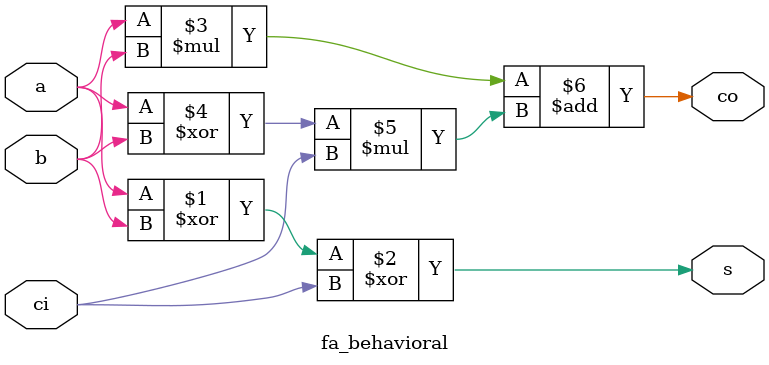
<source format=v>
module fa_behavioral(a,b,ci,s,co);//考虑进位的加法器模块 
       input a,b;
       input ci;
       output  s;
       output co;
// 请在下面添加代码，完成一位全加器功能
/* Begin */
assign s=(a^b^ci);
assign co=a * b + (a ^ b) * ci;
/* End */

endmodule

</source>
